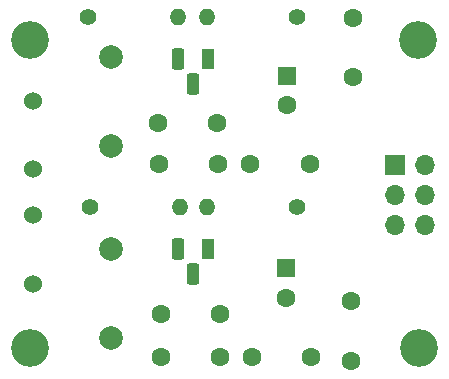
<source format=gbr>
%TF.GenerationSoftware,KiCad,Pcbnew,7.0.1*%
%TF.CreationDate,2023-08-20T15:53:23+02:00*%
%TF.ProjectId,GewitterMonitorAntenne,47657769-7474-4657-924d-6f6e69746f72,rev?*%
%TF.SameCoordinates,Original*%
%TF.FileFunction,Soldermask,Top*%
%TF.FilePolarity,Negative*%
%FSLAX46Y46*%
G04 Gerber Fmt 4.6, Leading zero omitted, Abs format (unit mm)*
G04 Created by KiCad (PCBNEW 7.0.1) date 2023-08-20 15:53:23*
%MOMM*%
%LPD*%
G01*
G04 APERTURE LIST*
G04 Aperture macros list*
%AMRoundRect*
0 Rectangle with rounded corners*
0 $1 Rounding radius*
0 $2 $3 $4 $5 $6 $7 $8 $9 X,Y pos of 4 corners*
0 Add a 4 corners polygon primitive as box body*
4,1,4,$2,$3,$4,$5,$6,$7,$8,$9,$2,$3,0*
0 Add four circle primitives for the rounded corners*
1,1,$1+$1,$2,$3*
1,1,$1+$1,$4,$5*
1,1,$1+$1,$6,$7*
1,1,$1+$1,$8,$9*
0 Add four rect primitives between the rounded corners*
20,1,$1+$1,$2,$3,$4,$5,0*
20,1,$1+$1,$4,$5,$6,$7,0*
20,1,$1+$1,$6,$7,$8,$9,0*
20,1,$1+$1,$8,$9,$2,$3,0*%
G04 Aperture macros list end*
%ADD10C,1.524000*%
%ADD11C,3.200000*%
%ADD12R,1.600000X1.600000*%
%ADD13C,1.600000*%
%ADD14RoundRect,0.275000X0.275000X0.625000X-0.275000X0.625000X-0.275000X-0.625000X0.275000X-0.625000X0*%
%ADD15R,1.100000X1.800000*%
%ADD16C,1.400000*%
%ADD17O,1.400000X1.400000*%
%ADD18R,1.700000X1.700000*%
%ADD19O,1.700000X1.700000*%
%ADD20C,2.000000*%
G04 APERTURE END LIST*
D10*
%TO.C,L1*%
X141500000Y-71800000D03*
X141500000Y-77600000D03*
%TD*%
%TO.C,L2*%
X141500000Y-81500000D03*
X141500000Y-87300000D03*
%TD*%
D11*
%TO.C,REF\u002A\u002A*%
X141200000Y-92700000D03*
%TD*%
%TO.C,REF\u002A\u002A*%
X141200000Y-66700000D03*
%TD*%
%TO.C,REF\u002A\u002A*%
X174200000Y-92700000D03*
%TD*%
%TO.C,REF\u002A\u002A*%
X174100000Y-66700000D03*
%TD*%
D12*
%TO.C,C2*%
X163000000Y-69700000D03*
D13*
X163000000Y-72200000D03*
%TD*%
%TO.C,C11*%
X168400000Y-93800000D03*
X168400000Y-88800000D03*
%TD*%
%TO.C,C6*%
X152140000Y-77200000D03*
X157140000Y-77200000D03*
%TD*%
%TO.C,C1*%
X164900000Y-77200000D03*
X159900000Y-77200000D03*
%TD*%
D14*
%TO.C,U2*%
X153800000Y-84400000D03*
X155070000Y-86470000D03*
D15*
X156340000Y-84400000D03*
%TD*%
%TO.C,U1*%
X156340000Y-68300000D03*
D14*
X155070000Y-70370000D03*
X153800000Y-68300000D03*
%TD*%
D16*
%TO.C,R4*%
X163800000Y-80800000D03*
D17*
X156180000Y-80800000D03*
%TD*%
D16*
%TO.C,R3*%
X146280000Y-80800000D03*
D17*
X153900000Y-80800000D03*
%TD*%
D16*
%TO.C,R2*%
X146180000Y-64700000D03*
D17*
X153800000Y-64700000D03*
%TD*%
D16*
%TO.C,R1*%
X163820000Y-64700000D03*
D17*
X156200000Y-64700000D03*
%TD*%
D18*
%TO.C,J1*%
X172160000Y-77220000D03*
D19*
X174700000Y-77220000D03*
X172160000Y-79760000D03*
X174700000Y-79760000D03*
X172160000Y-82300000D03*
X174700000Y-82300000D03*
%TD*%
D12*
%TO.C,C12*%
X162900000Y-86000000D03*
D13*
X162900000Y-88500000D03*
%TD*%
%TO.C,C10*%
X160000000Y-93500000D03*
X165000000Y-93500000D03*
%TD*%
%TO.C,C9*%
X157300000Y-89900000D03*
X152300000Y-89900000D03*
%TD*%
%TO.C,C8*%
X152300000Y-93500000D03*
X157300000Y-93500000D03*
%TD*%
D20*
%TO.C,C7*%
X148100000Y-84400000D03*
X148100000Y-91900000D03*
%TD*%
%TO.C,C5*%
X148100000Y-68100000D03*
X148100000Y-75600000D03*
%TD*%
D13*
%TO.C,C4*%
X152100000Y-73700000D03*
X157100000Y-73700000D03*
%TD*%
%TO.C,C3*%
X168600000Y-64800000D03*
X168600000Y-69800000D03*
%TD*%
M02*

</source>
